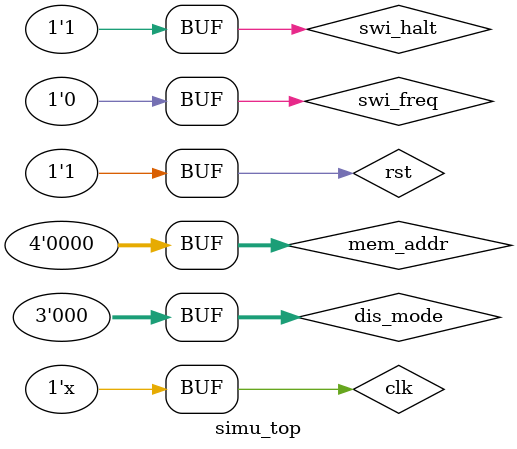
<source format=v>
`timescale 1ns / 1ps
module simu_top( );
    reg rst,clk;
    reg [3:0]mem_addr;
    reg [2:0] dis_mode;
    reg swi_halt;
    reg swi_freq;
    wire [7:0] seg;       //Æß¶ÎÏÔÊ¾Êä³ö
    wire [7:0] an;        //Æ¬Ñ¡ÐÅºÅ
    TopLayer _top(
        .rst(rst),.CLK(clk),.mem_addr(mem_addr),.dis_mode(dis_mode),
        .swi_halt(swi_halt),.swi_freq(swi_freq),.seg(seg),.an(an)
        );
    initial begin
        clk <=0;
        dis_mode = 0;
        swi_halt = 1;
        swi_freq = 0;
        mem_addr = 0;
        rst = 0;
        #200 rst=1;
    end
    always begin
        #15 clk <= ~clk;
    end
    
endmodule

</source>
